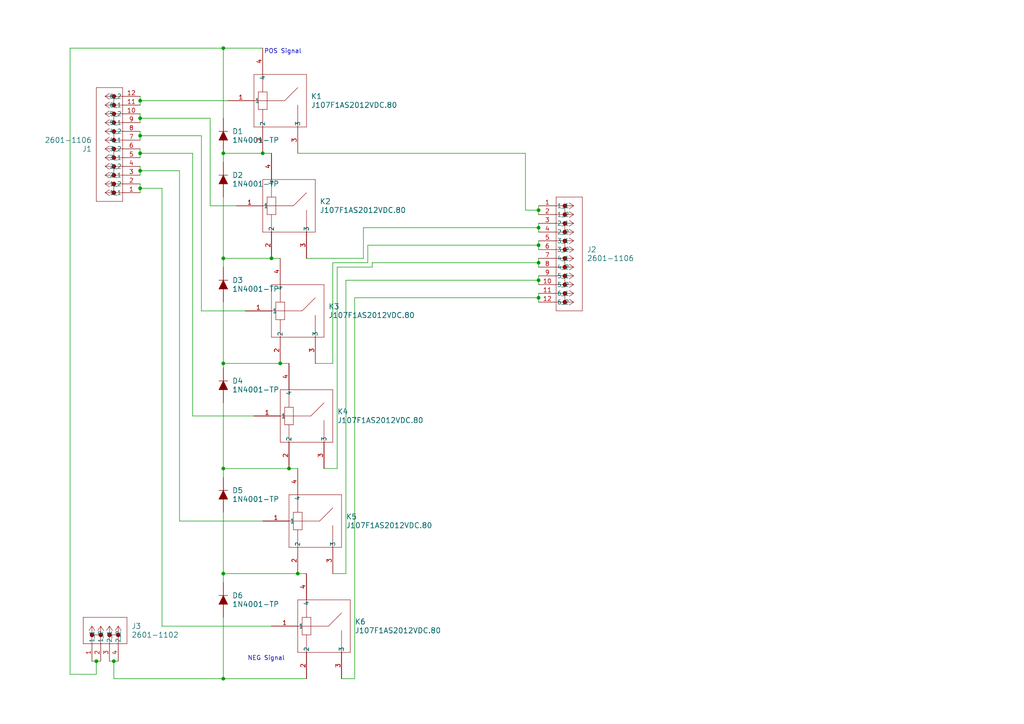
<source format=kicad_sch>
(kicad_sch (version 20250114) (generator "eeschema") (generator_version "9.0")
  (paper "A4")
  (lib_symbols
    (symbol "addedComponents:2601-1102" (pin_names (offset 0.254))
      (property "Reference" "J" (at 8.89 6.35 0))
      (property "Value" "2601-1102" (at 0 0 0))
      (symbol "2601-1102_1_1"
        (polyline (pts (xy 5.08 2.54) (xy 5.08 -10.16)) (stroke (width 0.127)))
        (polyline (pts (xy 5.08 -10.16) (xy 12.7 -10.16)) (stroke (width 0.127)))
        (polyline (pts (xy 7.62 0) (xy 7.62 -2.54)) (stroke (width 0.127)))
        (circle (center 7.62 0) (radius 0.127) (stroke (width 0.508)))
        (circle (center 7.62 -2.54) (radius 0.127) (stroke (width 0.508)))
        (polyline (pts (xy 7.62 -5.08) (xy 7.62 -7.62)) (stroke (width 0.127)))
        (circle (center 7.62 -5.08) (radius 0.127) (stroke (width 0.508)))
        (circle (center 7.62 -7.62) (radius 0.127) (stroke (width 0.508)))
        (polyline (pts (xy 10.16 0) (xy 5.08 0)) (stroke (width 0.127)))
        (polyline (pts (xy 10.16 0) (xy 8.89 0.8467)) (stroke (width 0.127)))
        (polyline (pts (xy 10.16 0) (xy 8.89 -0.8467)) (stroke (width 0.127)))
        (polyline (pts (xy 10.16 -2.54) (xy 5.08 -2.54)) (stroke (width 0.127)))
        (polyline (pts (xy 10.16 -2.54) (xy 8.89 -1.6933)) (stroke (width 0.127)))
        (polyline (pts (xy 10.16 -2.54) (xy 8.89 -3.3867)) (stroke (width 0.127)))
        (polyline (pts (xy 10.16 -5.08) (xy 5.08 -5.08)) (stroke (width 0.127)))
        (polyline (pts (xy 10.16 -5.08) (xy 8.89 -4.2333)) (stroke (width 0.127)))
        (polyline (pts (xy 10.16 -5.08) (xy 8.89 -5.9267)) (stroke (width 0.127)))
        (polyline (pts (xy 10.16 -7.62) (xy 5.08 -7.62)) (stroke (width 0.127)))
        (polyline (pts (xy 10.16 -7.62) (xy 8.89 -6.7733)) (stroke (width 0.127)))
        (polyline (pts (xy 10.16 -7.62) (xy 8.89 -8.4667)) (stroke (width 0.127)))
        (polyline (pts (xy 12.7 2.54) (xy 5.08 2.54)) (stroke (width 0.127)))
        (polyline (pts (xy 12.7 -10.16) (xy 12.7 2.54)) (stroke (width 0.127)))
        (pin unspecified line (at 0 0 0) (length 5.08) (name "1_1") (number "1"))
        (pin unspecified line (at 0 -2.54 0) (length 5.08) (name "1_2") (number "2"))
        (pin unspecified line (at 0 -5.08 0) (length 5.08) (name "2_1") (number "3"))
        (pin unspecified line (at 0 -7.62 0) (length 5.08) (name "2_2") (number "4"))
      )
      (symbol "2601-1102_1_2"
        (polyline (pts (xy 5.08 2.54) (xy 5.08 -10.16)) (stroke (width 0.127)))
        (polyline (pts (xy 5.08 -10.16) (xy 12.7 -10.16)) (stroke (width 0.127)))
        (polyline (pts (xy 7.62 0) (xy 7.62 -2.54)) (stroke (width 0.127)))
        (circle (center 7.62 0) (radius 0.127) (stroke (width 0.508)))
        (circle (center 7.62 -2.54) (radius 0.127) (stroke (width 0.508)))
        (polyline (pts (xy 7.62 -5.08) (xy 7.62 -7.62)) (stroke (width 0.127)))
        (circle (center 7.62 -5.08) (radius 0.127) (stroke (width 0.508)))
        (circle (center 7.62 -7.62) (radius 0.127) (stroke (width 0.508)))
        (polyline (pts (xy 10.16 0) (xy 5.08 0)) (stroke (width 0.127)))
        (polyline (pts (xy 10.16 0) (xy 8.89 0.8467)) (stroke (width 0.127)))
        (polyline (pts (xy 10.16 0) (xy 8.89 -0.8467)) (stroke (width 0.127)))
        (polyline (pts (xy 10.16 -2.54) (xy 5.08 -2.54)) (stroke (width 0.127)))
        (polyline (pts (xy 10.16 -2.54) (xy 8.89 -1.6933)) (stroke (width 0.127)))
        (polyline (pts (xy 10.16 -2.54) (xy 8.89 -3.3867)) (stroke (width 0.127)))
        (polyline (pts (xy 10.16 -5.08) (xy 5.08 -5.08)) (stroke (width 0.127)))
        (polyline (pts (xy 10.16 -5.08) (xy 8.89 -4.2333)) (stroke (width 0.127)))
        (polyline (pts (xy 10.16 -5.08) (xy 8.89 -5.9267)) (stroke (width 0.127)))
        (polyline (pts (xy 10.16 -7.62) (xy 5.08 -7.62)) (stroke (width 0.127)))
        (polyline (pts (xy 10.16 -7.62) (xy 8.89 -6.7733)) (stroke (width 0.127)))
        (polyline (pts (xy 10.16 -7.62) (xy 8.89 -8.4667)) (stroke (width 0.127)))
        (polyline (pts (xy 12.7 2.54) (xy 5.08 2.54)) (stroke (width 0.127)))
        (polyline (pts (xy 12.7 -10.16) (xy 12.7 2.54)) (stroke (width 0.127)))
        (pin unspecified line (at 0 0 0) (length 5.08) (name "1_1") (number "1"))
        (pin unspecified line (at 0 -2.54 0) (length 5.08) (name "1_2") (number "2"))
        (pin unspecified line (at 0 -5.08 0) (length 5.08) (name "2_1") (number "3"))
        (pin unspecified line (at 0 -7.62 0) (length 5.08) (name "2_2") (number "4"))
      )
    )
    (symbol "addedComponents:2601-1106" (pin_names (offset 0.254))
      (property "Reference" "J" (at 8.89 6.35 0))
      (property "Value" "2601-1106" (at 0 0 0))
      (symbol "2601-1106_1_1"
        (polyline (pts (xy 5.08 2.54) (xy 5.08 -30.48)) (stroke (width 0.127)))
        (polyline (pts (xy 5.08 -30.48) (xy 12.7 -30.48)) (stroke (width 0.127)))
        (polyline (pts (xy 7.62 0) (xy 7.62 -2.54)) (stroke (width 0.127)))
        (circle (center 7.62 0) (radius 0.127) (stroke (width 0.508)))
        (circle (center 7.62 -2.54) (radius 0.127) (stroke (width 0.508)))
        (polyline (pts (xy 7.62 -5.08) (xy 7.62 -7.62)) (stroke (width 0.127)))
        (circle (center 7.62 -5.08) (radius 0.127) (stroke (width 0.508)))
        (circle (center 7.62 -7.62) (radius 0.127) (stroke (width 0.508)))
        (polyline (pts (xy 7.62 -10.16) (xy 7.62 -12.7)) (stroke (width 0.127)))
        (circle (center 7.62 -10.16) (radius 0.127) (stroke (width 0.508)))
        (circle (center 7.62 -12.7) (radius 0.127) (stroke (width 0.508)))
        (polyline (pts (xy 7.62 -15.24) (xy 7.62 -17.78)) (stroke (width 0.127)))
        (circle (center 7.62 -15.24) (radius 0.127) (stroke (width 0.508)))
        (circle (center 7.62 -17.78) (radius 0.127) (stroke (width 0.508)))
        (polyline (pts (xy 7.62 -20.32) (xy 7.62 -22.86)) (stroke (width 0.127)))
        (circle (center 7.62 -20.32) (radius 0.127) (stroke (width 0.508)))
        (circle (center 7.62 -22.86) (radius 0.127) (stroke (width 0.508)))
        (polyline (pts (xy 7.62 -25.4) (xy 7.62 -27.94)) (stroke (width 0.127)))
        (circle (center 7.62 -25.4) (radius 0.127) (stroke (width 0.508)))
        (circle (center 7.62 -27.94) (radius 0.127) (stroke (width 0.508)))
        (polyline (pts (xy 10.16 0) (xy 5.08 0)) (stroke (width 0.127)))
        (polyline (pts (xy 10.16 0) (xy 8.89 0.8467)) (stroke (width 0.127)))
        (polyline (pts (xy 10.16 0) (xy 8.89 -0.8467)) (stroke (width 0.127)))
        (polyline (pts (xy 10.16 -2.54) (xy 5.08 -2.54)) (stroke (width 0.127)))
        (polyline (pts (xy 10.16 -2.54) (xy 8.89 -1.6933)) (stroke (width 0.127)))
        (polyline (pts (xy 10.16 -2.54) (xy 8.89 -3.3867)) (stroke (width 0.127)))
        (polyline (pts (xy 10.16 -5.08) (xy 5.08 -5.08)) (stroke (width 0.127)))
        (polyline (pts (xy 10.16 -5.08) (xy 8.89 -4.2333)) (stroke (width 0.127)))
        (polyline (pts (xy 10.16 -5.08) (xy 8.89 -5.9267)) (stroke (width 0.127)))
        (polyline (pts (xy 10.16 -7.62) (xy 5.08 -7.62)) (stroke (width 0.127)))
        (polyline (pts (xy 10.16 -7.62) (xy 8.89 -6.7733)) (stroke (width 0.127)))
        (polyline (pts (xy 10.16 -7.62) (xy 8.89 -8.4667)) (stroke (width 0.127)))
        (polyline (pts (xy 10.16 -10.16) (xy 5.08 -10.16)) (stroke (width 0.127)))
        (polyline (pts (xy 10.16 -10.16) (xy 8.89 -9.3133)) (stroke (width 0.127)))
        (polyline (pts (xy 10.16 -10.16) (xy 8.89 -11.0067)) (stroke (width 0.127)))
        (polyline (pts (xy 10.16 -12.7) (xy 5.08 -12.7)) (stroke (width 0.127)))
        (polyline (pts (xy 10.16 -12.7) (xy 8.89 -11.8533)) (stroke (width 0.127)))
        (polyline (pts (xy 10.16 -12.7) (xy 8.89 -13.5467)) (stroke (width 0.127)))
        (polyline (pts (xy 10.16 -15.24) (xy 5.08 -15.24)) (stroke (width 0.127)))
        (polyline (pts (xy 10.16 -15.24) (xy 8.89 -14.3933)) (stroke (width 0.127)))
        (polyline (pts (xy 10.16 -15.24) (xy 8.89 -16.0867)) (stroke (width 0.127)))
        (polyline (pts (xy 10.16 -17.78) (xy 5.08 -17.78)) (stroke (width 0.127)))
        (polyline (pts (xy 10.16 -17.78) (xy 8.89 -16.9333)) (stroke (width 0.127)))
        (polyline (pts (xy 10.16 -17.78) (xy 8.89 -18.6267)) (stroke (width 0.127)))
        (polyline (pts (xy 10.16 -20.32) (xy 5.08 -20.32)) (stroke (width 0.127)))
        (polyline (pts (xy 10.16 -20.32) (xy 8.89 -19.4733)) (stroke (width 0.127)))
        (polyline (pts (xy 10.16 -20.32) (xy 8.89 -21.1667)) (stroke (width 0.127)))
        (polyline (pts (xy 10.16 -22.86) (xy 5.08 -22.86)) (stroke (width 0.127)))
        (polyline (pts (xy 10.16 -22.86) (xy 8.89 -22.0133)) (stroke (width 0.127)))
        (polyline (pts (xy 10.16 -22.86) (xy 8.89 -23.7067)) (stroke (width 0.127)))
        (polyline (pts (xy 10.16 -25.4) (xy 5.08 -25.4)) (stroke (width 0.127)))
        (polyline (pts (xy 10.16 -25.4) (xy 8.89 -24.5533)) (stroke (width 0.127)))
        (polyline (pts (xy 10.16 -25.4) (xy 8.89 -26.2467)) (stroke (width 0.127)))
        (polyline (pts (xy 10.16 -27.94) (xy 5.08 -27.94)) (stroke (width 0.127)))
        (polyline (pts (xy 10.16 -27.94) (xy 8.89 -27.0933)) (stroke (width 0.127)))
        (polyline (pts (xy 10.16 -27.94) (xy 8.89 -28.7867)) (stroke (width 0.127)))
        (polyline (pts (xy 12.7 2.54) (xy 5.08 2.54)) (stroke (width 0.127)))
        (polyline (pts (xy 12.7 -30.48) (xy 12.7 2.54)) (stroke (width 0.127)))
        (pin unspecified line (at 0 0 0) (length 5.08) (name "1_1") (number "1"))
        (pin unspecified line (at 0 -2.54 0) (length 5.08) (name "1_2") (number "2"))
        (pin unspecified line (at 0 -5.08 0) (length 5.08) (name "2_1") (number "3"))
        (pin unspecified line (at 0 -7.62 0) (length 5.08) (name "2_2") (number "4"))
        (pin unspecified line (at 0 -10.16 0) (length 5.08) (name "3_1") (number "5"))
        (pin unspecified line (at 0 -12.7 0) (length 5.08) (name "3_2") (number "6"))
        (pin unspecified line (at 0 -15.24 0) (length 5.08) (name "4_1") (number "7"))
        (pin unspecified line (at 0 -17.78 0) (length 5.08) (name "4_2") (number "8"))
        (pin unspecified line (at 0 -20.32 0) (length 5.08) (name "5_1") (number "9"))
        (pin unspecified line (at 0 -22.86 0) (length 5.08) (name "5_2") (number "10"))
        (pin unspecified line (at 0 -25.4 0) (length 5.08) (name "6_1") (number "11"))
        (pin unspecified line (at 0 -27.94 0) (length 5.08) (name "6_2") (number "12"))
      )
    )
    (symbol "addedComponents:J107F1AS2012VDC.80" (pin_names (offset 0.254))
      (property "Reference" "K" (at 6.35 8.89 0))
      (property "Value" "J107F1AS2012VDC.80" (at 28.448 5.842 0))
      (symbol "J107F1AS2012VDC.80_0_1"
        (polyline (pts (xy 7.62 2.54) (xy 7.62 -12.7)) (stroke (width 0.127)))
        (polyline (pts (xy 7.62 0) (xy 12.7 0)) (stroke (width 0.127)))
        (polyline (pts (xy 7.62 -10.16) (xy 13.97 -10.16)) (stroke (width 0.127)))
        (polyline (pts (xy 7.62 -12.7) (xy 22.86 -12.7)) (stroke (width 0.127)))
        (polyline (pts (xy 12.7 1.27) (xy 12.7 -1.27)) (stroke (width 0.127)))
        (polyline (pts (xy 12.7 1.27) (xy 17.78 1.27)) (stroke (width 0.127)))
        (polyline (pts (xy 12.7 -1.27) (xy 17.78 -1.27)) (stroke (width 0.127)))
        (polyline (pts (xy 15.24 2.54) (xy 15.24 -6.35)) (stroke (width 0.127)))
        (polyline (pts (xy 15.24 -6.35) (xy 19.05 -10.16)) (stroke (width 0.127)))
        (polyline (pts (xy 17.78 1.27) (xy 17.78 -1.27)) (stroke (width 0.127)))
        (polyline (pts (xy 22.86 2.54) (xy 7.62 2.54)) (stroke (width 0.127)))
        (polyline (pts (xy 22.86 0) (xy 17.78 0)) (stroke (width 0.127)))
        (polyline (pts (xy 22.86 -12.7) (xy 22.86 2.54)) (stroke (width 0.127)))
        (pin unspecified line (at 0 0 0) (length 7.62) (name "2") (number "2"))
        (pin unspecified line (at 0 -10.16 0) (length 7.62) (name "3") (number "3"))
        (pin unspecified line (at 15.24 10.16 270) (length 7.62) (name "1") (number "1"))
        (pin unspecified line (at 30.48 0 180) (length 7.62) (name "4") (number "4"))
      )
    )
    (symbol "dk_Diodes-Rectifiers-Single:1N4001-TP" (pin_numbers (hide yes)) (pin_names (offset 0) (hide yes))
      (property "Reference" "D" (at 0 2.54 0))
      (property "Value" "1N4001-TP" (at 0 -2.54 0))
      (symbol "1N4001-TP_0_1"
        (polyline (pts (xy -1.27 1.27) (xy -1.27 -1.27) (xy 1.27 0) (xy -1.27 1.27)) (fill (type outline)))
        (polyline (pts (xy 1.27 1.27) (xy 1.27 -1.27)))
      )
      (symbol "1N4001-TP_1_1"
        (pin passive line (at -5.08 0 0) (length 3.81) (name "~") (number "A"))
        (pin passive line (at 5.08 0 180) (length 3.81) (name "~") (number "K"))
      )
    )
  )
  (text "POS Signal" (at 82.042 14.986 0) (effects (font (size 1.27 1.27))))
  (text "NEG Signal" (at 77.216 191.008 0) (effects (font (size 1.27 1.27))))
  (junction (at 40.64 54.61))
  (junction (at 83.82 135.89))
  (junction (at 156.21 86.36))
  (junction (at 40.64 29.21))
  (junction (at 64.77 44.45))
  (junction (at 64.77 196.85))
  (junction (at 156.21 81.28))
  (junction (at 156.21 76.2))
  (junction (at 156.21 71.12))
  (junction (at 64.77 166.37))
  (junction (at 40.64 49.53))
  (junction (at 86.36 166.37))
  (junction (at 64.77 74.93))
  (junction (at 27.94 191.77))
  (junction (at 78.74 74.93))
  (junction (at 156.21 66.04))
  (junction (at 40.64 44.45))
  (junction (at 64.77 105.41))
  (junction (at 33.02 191.77))
  (junction (at 40.64 39.37))
  (junction (at 40.64 34.29))
  (junction (at 64.77 135.89))
  (junction (at 64.77 13.97))
  (junction (at 156.21 60.96))
  (junction (at 76.2 44.45))
  (junction (at 81.28 105.41))
  (wire (pts (xy 93.98 135.89) (xy 97.79 135.89)))
  (wire (pts (xy 40.64 44.45) (xy 40.64 43.18)))
  (wire (pts (xy 64.77 196.85) (xy 33.02 196.85)))
  (wire (pts (xy 55.88 120.65) (xy 55.88 44.45)))
  (wire (pts (xy 97.79 135.89) (xy 97.79 77.47)))
  (wire (pts (xy 81.28 105.41) (xy 83.82 105.41)))
  (wire (pts (xy 86.36 166.37) (xy 88.9 166.37)))
  (wire (pts (xy 78.74 181.61) (xy 46.99 181.61)))
  (wire (pts (xy 40.64 50.8) (xy 40.64 49.53)))
  (wire (pts (xy 105.41 74.93) (xy 105.41 66.04)))
  (wire (pts (xy 40.64 54.61) (xy 40.64 53.34)))
  (wire (pts (xy 40.64 49.53) (xy 40.64 48.26)))
  (wire (pts (xy 64.77 57.15) (xy 64.77 74.93)))
  (wire (pts (xy 27.94 191.77) (xy 29.21 191.77)))
  (wire (pts (xy 156.21 86.36) (xy 156.21 87.63)))
  (wire (pts (xy 64.77 116.84) (xy 64.77 135.89)))
  (wire (pts (xy 64.77 87.63) (xy 64.77 105.41)))
  (wire (pts (xy 20.32 13.97) (xy 20.32 195.58)))
  (wire (pts (xy 55.88 44.45) (xy 40.64 44.45)))
  (wire (pts (xy 60.96 34.29) (xy 60.96 59.69)))
  (wire (pts (xy 40.64 55.88) (xy 40.64 54.61)))
  (wire (pts (xy 26.67 191.77) (xy 27.94 191.77)))
  (wire (pts (xy 60.96 59.69) (xy 68.58 59.69)))
  (wire (pts (xy 152.4 44.45) (xy 152.4 60.96)))
  (wire (pts (xy 33.02 191.77) (xy 34.29 191.77)))
  (wire (pts (xy 52.07 151.13) (xy 52.07 49.53)))
  (wire (pts (xy 156.21 80.01) (xy 156.21 81.28)))
  (wire (pts (xy 40.64 35.56) (xy 40.64 34.29)))
  (wire (pts (xy 64.77 168.91) (xy 64.77 166.37)))
  (wire (pts (xy 46.99 54.61) (xy 40.64 54.61)))
  (wire (pts (xy 64.77 74.93) (xy 64.77 77.47)))
  (wire (pts (xy 64.77 44.45) (xy 64.77 46.99)))
  (wire (pts (xy 33.02 196.85) (xy 33.02 191.77)))
  (wire (pts (xy 27.94 191.77) (xy 27.94 195.58)))
  (wire (pts (xy 156.21 85.09) (xy 156.21 86.36)))
  (wire (pts (xy 40.64 45.72) (xy 40.64 44.45)))
  (wire (pts (xy 156.21 60.96) (xy 156.21 62.23)))
  (wire (pts (xy 31.75 191.77) (xy 33.02 191.77)))
  (wire (pts (xy 40.64 34.29) (xy 40.64 33.02)))
  (wire (pts (xy 88.9 196.85) (xy 64.77 196.85)))
  (wire (pts (xy 88.9 74.93) (xy 105.41 74.93)))
  (wire (pts (xy 83.82 135.89) (xy 86.36 135.89)))
  (wire (pts (xy 96.52 76.2) (xy 106.68 76.2)))
  (wire (pts (xy 106.68 71.12) (xy 156.21 71.12)))
  (wire (pts (xy 96.52 105.41) (xy 96.52 76.2)))
  (wire (pts (xy 40.64 29.21) (xy 40.64 27.94)))
  (wire (pts (xy 96.52 166.37) (xy 100.33 166.37)))
  (wire (pts (xy 156.21 71.12) (xy 156.21 72.39)))
  (wire (pts (xy 64.77 148.59) (xy 64.77 166.37)))
  (wire (pts (xy 107.95 77.47) (xy 107.95 76.2)))
  (wire (pts (xy 156.21 81.28) (xy 156.21 82.55)))
  (wire (pts (xy 58.42 90.17) (xy 58.42 39.37)))
  (wire (pts (xy 64.77 105.41) (xy 64.77 106.68)))
  (wire (pts (xy 76.2 151.13) (xy 52.07 151.13)))
  (wire (pts (xy 64.77 196.85) (xy 64.77 179.07)))
  (wire (pts (xy 156.21 76.2) (xy 156.21 77.47)))
  (wire (pts (xy 152.4 60.96) (xy 156.21 60.96)))
  (wire (pts (xy 64.77 105.41) (xy 81.28 105.41)))
  (wire (pts (xy 107.95 76.2) (xy 156.21 76.2)))
  (wire (pts (xy 102.87 86.36) (xy 102.87 196.85)))
  (wire (pts (xy 64.77 13.97) (xy 20.32 13.97)))
  (wire (pts (xy 156.21 74.93) (xy 156.21 76.2)))
  (wire (pts (xy 27.94 195.58) (xy 20.32 195.58)))
  (wire (pts (xy 156.21 66.04) (xy 156.21 67.31)))
  (wire (pts (xy 52.07 49.53) (xy 40.64 49.53)))
  (wire (pts (xy 46.99 181.61) (xy 46.99 54.61)))
  (wire (pts (xy 64.77 135.89) (xy 64.77 138.43)))
  (wire (pts (xy 64.77 13.97) (xy 64.77 34.29)))
  (wire (pts (xy 156.21 69.85) (xy 156.21 71.12)))
  (wire (pts (xy 40.64 30.48) (xy 40.64 29.21)))
  (wire (pts (xy 156.21 64.77) (xy 156.21 66.04)))
  (wire (pts (xy 64.77 135.89) (xy 83.82 135.89)))
  (wire (pts (xy 91.44 105.41) (xy 96.52 105.41)))
  (wire (pts (xy 105.41 66.04) (xy 156.21 66.04)))
  (wire (pts (xy 106.68 76.2) (xy 106.68 71.12)))
  (wire (pts (xy 64.77 74.93) (xy 78.74 74.93)))
  (wire (pts (xy 100.33 166.37) (xy 100.33 81.28)))
  (wire (pts (xy 102.87 196.85) (xy 99.06 196.85)))
  (wire (pts (xy 156.21 86.36) (xy 102.87 86.36)))
  (wire (pts (xy 40.64 39.37) (xy 40.64 38.1)))
  (wire (pts (xy 86.36 44.45) (xy 152.4 44.45)))
  (wire (pts (xy 78.74 74.93) (xy 81.28 74.93)))
  (wire (pts (xy 71.12 90.17) (xy 58.42 90.17)))
  (wire (pts (xy 156.21 59.69) (xy 156.21 60.96)))
  (wire (pts (xy 76.2 13.97) (xy 64.77 13.97)))
  (wire (pts (xy 100.33 81.28) (xy 156.21 81.28)))
  (wire (pts (xy 64.77 44.45) (xy 76.2 44.45)))
  (wire (pts (xy 97.79 77.47) (xy 107.95 77.47)))
  (wire (pts (xy 40.64 40.64) (xy 40.64 39.37)))
  (wire (pts (xy 76.2 44.45) (xy 78.74 44.45)))
  (wire (pts (xy 40.64 29.21) (xy 66.04 29.21)))
  (wire (pts (xy 64.77 166.37) (xy 86.36 166.37)))
  (wire (pts (xy 58.42 39.37) (xy 40.64 39.37)))
  (wire (pts (xy 60.96 34.29) (xy 40.64 34.29)))
  (wire (pts (xy 73.66 120.65) (xy 55.88 120.65)))
  (symbol (lib_id "dk_Diodes-Rectifiers-Single:1N4001-TP") (at 64.77 52.07 90) (unit 1)
    (property "Reference" "D2" (at 67.31 50.7999 90) (effects (font (size 1.524 1.524)) (justify right)))
    (property "Value" "1N4001-TP" (at 67.31 53.3399 90) (effects (font (size 1.524 1.524)) (justify right)))
    (property "Footprint" "digikey-footprints:DO-41" (effects (hide yes)))
    (property "Datasheet" "https://www.mccsemi.com/pdf/Products/1N4001-1N4007(DO-41).pdf" (effects (hide yes)))
    (property "Description" "DIODE GEN PURP 50V 1A DO41" (effects (hide yes)))
    (property "Digi-Key_PN" "1N4001-TPMSCT-ND" (effects (hide yes)))
    (property "MPN" "1N4001-TP" (effects (hide yes)))
    (property "Category" "Discrete Semiconductor Products" (effects (hide yes)))
    (property "Family" "Diodes - Rectifiers - Single" (effects (hide yes)))
    (property "DK_Datasheet_Link" "https://www.mccsemi.com/pdf/Products/1N4001-1N4007(DO-41).pdf" (effects (hide yes)))
    (property "DK_Detail_Page" "/product-detail/en/micro-commercial-co/1N4001-TP/1N4001-TPMSCT-ND/773688" (effects (hide yes)))
    (property "Description_1" "DIODE GEN PURP 50V 1A DO41" (effects (hide yes)))
    (property "Manufacturer" "Micro Commercial Co" (effects (hide yes)))
    (property "Status" "Active" (effects (hide yes)))
  )
  (symbol (lib_id "addedComponents:2601-1106") (at 40.64 55.88 180) (unit 1)
    (property "Reference" "J1" (at 26.67 43.1801 0) (effects (font (size 1.524 1.524)) (justify left)))
    (property "Value" "2601-1106" (at 26.67 40.6401 0) (effects (font (size 1.524 1.524)) (justify left)))
    (property "Footprint" "2601_1106:CONN6_2601-1106_WAG" (effects (hide yes)))
    (property "Datasheet" "2601-1106" (effects (hide yes)))
  )
  (symbol (lib_id "dk_Diodes-Rectifiers-Single:1N4001-TP") (at 64.77 82.55 90) (unit 1)
    (property "Reference" "D3" (at 67.31 81.2799 90) (effects (font (size 1.524 1.524)) (justify right)))
    (property "Value" "1N4001-TP" (at 67.31 83.8199 90) (effects (font (size 1.524 1.524)) (justify right)))
    (property "Footprint" "digikey-footprints:DO-41" (effects (hide yes)))
    (property "Datasheet" "https://www.mccsemi.com/pdf/Products/1N4001-1N4007(DO-41).pdf" (effects (hide yes)))
    (property "Description" "DIODE GEN PURP 50V 1A DO41" (effects (hide yes)))
    (property "Digi-Key_PN" "1N4001-TPMSCT-ND" (effects (hide yes)))
    (property "MPN" "1N4001-TP" (effects (hide yes)))
    (property "Category" "Discrete Semiconductor Products" (effects (hide yes)))
    (property "Family" "Diodes - Rectifiers - Single" (effects (hide yes)))
    (property "DK_Datasheet_Link" "https://www.mccsemi.com/pdf/Products/1N4001-1N4007(DO-41).pdf" (effects (hide yes)))
    (property "DK_Detail_Page" "/product-detail/en/micro-commercial-co/1N4001-TP/1N4001-TPMSCT-ND/773688" (effects (hide yes)))
    (property "Description_1" "DIODE GEN PURP 50V 1A DO41" (effects (hide yes)))
    (property "Manufacturer" "Micro Commercial Co" (effects (hide yes)))
    (property "Status" "Active" (effects (hide yes)))
  )
  (symbol (lib_id "addedComponents:J107F1AS2012VDC.80") (at 81.28 105.41 90) (unit 1)
    (property "Reference" "K3" (at 95.25 88.8999 90) (effects (font (size 1.524 1.524)) (justify right)))
    (property "Value" "J107F1AS2012VDC.80" (at 95.25 91.4399 90) (effects (font (size 1.524 1.524)) (justify right)))
    (property "Footprint" "J107F1AS2012VDC.80:RELAY_J107F1A_CRS" (effects (hide yes)))
    (property "Datasheet" "J107F1AS2012VDC.80" (effects (hide yes)))
  )
  (symbol (lib_id "dk_Diodes-Rectifiers-Single:1N4001-TP") (at 64.77 173.99 90) (unit 1)
    (property "Reference" "D6" (at 67.31 172.7199 90) (effects (font (size 1.524 1.524)) (justify right)))
    (property "Value" "1N4001-TP" (at 67.31 175.2599 90) (effects (font (size 1.524 1.524)) (justify right)))
    (property "Footprint" "digikey-footprints:DO-41" (effects (hide yes)))
    (property "Datasheet" "https://www.mccsemi.com/pdf/Products/1N4001-1N4007(DO-41).pdf" (effects (hide yes)))
    (property "Description" "DIODE GEN PURP 50V 1A DO41" (effects (hide yes)))
    (property "Digi-Key_PN" "1N4001-TPMSCT-ND" (effects (hide yes)))
    (property "MPN" "1N4001-TP" (effects (hide yes)))
    (property "Category" "Discrete Semiconductor Products" (effects (hide yes)))
    (property "Family" "Diodes - Rectifiers - Single" (effects (hide yes)))
    (property "DK_Datasheet_Link" "https://www.mccsemi.com/pdf/Products/1N4001-1N4007(DO-41).pdf" (effects (hide yes)))
    (property "DK_Detail_Page" "/product-detail/en/micro-commercial-co/1N4001-TP/1N4001-TPMSCT-ND/773688" (effects (hide yes)))
    (property "Description_1" "DIODE GEN PURP 50V 1A DO41" (effects (hide yes)))
    (property "Manufacturer" "Micro Commercial Co" (effects (hide yes)))
    (property "Status" "Active" (effects (hide yes)))
  )
  (symbol (lib_id "addedComponents:2601-1106") (at 156.21 59.69 0) (unit 1)
    (property "Reference" "J2" (at 170.18 72.3899 0) (effects (font (size 1.524 1.524)) (justify left)))
    (property "Value" "2601-1106" (at 170.18 74.9299 0) (effects (font (size 1.524 1.524)) (justify left)))
    (property "Footprint" "2601_1106:CONN6_2601-1106_WAG" (effects (hide yes)))
    (property "Datasheet" "2601-1106" (effects (hide yes)))
  )
  (symbol (lib_id "addedComponents:2601-1102") (at 26.67 191.77 90) (unit 1)
    (property "Reference" "J3" (at 38.1 181.6099 90) (effects (font (size 1.524 1.524)) (justify right)))
    (property "Value" "2601-1102" (at 38.1 184.1499 90) (effects (font (size 1.524 1.524)) (justify right)))
    (property "Footprint" "2601_1102:CONN2_2601-1102_WAG" (effects (hide yes)))
    (property "Datasheet" "2601-1102" (effects (hide yes)))
  )
  (symbol (lib_id "dk_Diodes-Rectifiers-Single:1N4001-TP") (at 64.77 111.76 90) (unit 1)
    (property "Reference" "D4" (at 67.31 110.4899 90) (effects (font (size 1.524 1.524)) (justify right)))
    (property "Value" "1N4001-TP" (at 67.31 113.0299 90) (effects (font (size 1.524 1.524)) (justify right)))
    (property "Footprint" "digikey-footprints:DO-41" (effects (hide yes)))
    (property "Datasheet" "https://www.mccsemi.com/pdf/Products/1N4001-1N4007(DO-41).pdf" (effects (hide yes)))
    (property "Description" "DIODE GEN PURP 50V 1A DO41" (effects (hide yes)))
    (property "Digi-Key_PN" "1N4001-TPMSCT-ND" (effects (hide yes)))
    (property "MPN" "1N4001-TP" (effects (hide yes)))
    (property "Category" "Discrete Semiconductor Products" (effects (hide yes)))
    (property "Family" "Diodes - Rectifiers - Single" (effects (hide yes)))
    (property "DK_Datasheet_Link" "https://www.mccsemi.com/pdf/Products/1N4001-1N4007(DO-41).pdf" (effects (hide yes)))
    (property "DK_Detail_Page" "/product-detail/en/micro-commercial-co/1N4001-TP/1N4001-TPMSCT-ND/773688" (effects (hide yes)))
    (property "Description_1" "DIODE GEN PURP 50V 1A DO41" (effects (hide yes)))
    (property "Manufacturer" "Micro Commercial Co" (effects (hide yes)))
    (property "Status" "Active" (effects (hide yes)))
  )
  (symbol (lib_id "dk_Diodes-Rectifiers-Single:1N4001-TP") (at 64.77 143.51 90) (unit 1)
    (property "Reference" "D5" (at 67.31 142.2399 90) (effects (font (size 1.524 1.524)) (justify right)))
    (property "Value" "1N4001-TP" (at 67.31 144.7799 90) (effects (font (size 1.524 1.524)) (justify right)))
    (property "Footprint" "digikey-footprints:DO-41" (effects (hide yes)))
    (property "Datasheet" "https://www.mccsemi.com/pdf/Products/1N4001-1N4007(DO-41).pdf" (effects (hide yes)))
    (property "Description" "DIODE GEN PURP 50V 1A DO41" (effects (hide yes)))
    (property "Digi-Key_PN" "1N4001-TPMSCT-ND" (effects (hide yes)))
    (property "MPN" "1N4001-TP" (effects (hide yes)))
    (property "Category" "Discrete Semiconductor Products" (effects (hide yes)))
    (property "Family" "Diodes - Rectifiers - Single" (effects (hide yes)))
    (property "DK_Datasheet_Link" "https://www.mccsemi.com/pdf/Products/1N4001-1N4007(DO-41).pdf" (effects (hide yes)))
    (property "DK_Detail_Page" "/product-detail/en/micro-commercial-co/1N4001-TP/1N4001-TPMSCT-ND/773688" (effects (hide yes)))
    (property "Description_1" "DIODE GEN PURP 50V 1A DO41" (effects (hide yes)))
    (property "Manufacturer" "Micro Commercial Co" (effects (hide yes)))
    (property "Status" "Active" (effects (hide yes)))
  )
  (symbol (lib_id "dk_Diodes-Rectifiers-Single:1N4001-TP") (at 64.77 39.37 90) (unit 1)
    (property "Reference" "D1" (at 67.31 38.0999 90) (effects (font (size 1.524 1.524)) (justify right)))
    (property "Value" "1N4001-TP" (at 67.31 40.6399 90) (effects (font (size 1.524 1.524)) (justify right)))
    (property "Footprint" "digikey-footprints:DO-41" (effects (hide yes)))
    (property "Datasheet" "https://www.mccsemi.com/pdf/Products/1N4001-1N4007(DO-41).pdf" (effects (hide yes)))
    (property "Description" "DIODE GEN PURP 50V 1A DO41" (effects (hide yes)))
    (property "Digi-Key_PN" "1N4001-TPMSCT-ND" (effects (hide yes)))
    (property "MPN" "1N4001-TP" (effects (hide yes)))
    (property "Category" "Discrete Semiconductor Products" (effects (hide yes)))
    (property "Family" "Diodes - Rectifiers - Single" (effects (hide yes)))
    (property "DK_Datasheet_Link" "https://www.mccsemi.com/pdf/Products/1N4001-1N4007(DO-41).pdf" (effects (hide yes)))
    (property "DK_Detail_Page" "/product-detail/en/micro-commercial-co/1N4001-TP/1N4001-TPMSCT-ND/773688" (effects (hide yes)))
    (property "Description_1" "DIODE GEN PURP 50V 1A DO41" (effects (hide yes)))
    (property "Manufacturer" "Micro Commercial Co" (effects (hide yes)))
    (property "Status" "Active" (effects (hide yes)))
  )
  (symbol (lib_id "addedComponents:J107F1AS2012VDC.80") (at 86.36 166.37 90) (unit 1)
    (property "Reference" "K5" (at 100.33 149.8599 90) (effects (font (size 1.524 1.524)) (justify right)))
    (property "Value" "J107F1AS2012VDC.80" (at 100.33 152.3999 90) (effects (font (size 1.524 1.524)) (justify right)))
    (property "Footprint" "J107F1AS2012VDC.80:RELAY_J107F1A_CRS" (effects (hide yes)))
    (property "Datasheet" "J107F1AS2012VDC.80" (effects (hide yes)))
  )
  (symbol (lib_id "addedComponents:J107F1AS2012VDC.80") (at 83.82 135.89 90) (unit 1)
    (property "Reference" "K4" (at 97.79 119.3799 90) (effects (font (size 1.524 1.524)) (justify right)))
    (property "Value" "J107F1AS2012VDC.80" (at 97.79 121.9199 90) (effects (font (size 1.524 1.524)) (justify right)))
    (property "Footprint" "J107F1AS2012VDC.80:RELAY_J107F1A_CRS" (effects (hide yes)))
    (property "Datasheet" "J107F1AS2012VDC.80" (effects (hide yes)))
  )
  (symbol (lib_id "addedComponents:J107F1AS2012VDC.80") (at 78.74 74.93 90) (unit 1)
    (property "Reference" "K2" (at 92.71 58.4199 90) (effects (font (size 1.524 1.524)) (justify right)))
    (property "Value" "J107F1AS2012VDC.80" (at 92.71 60.9599 90) (effects (font (size 1.524 1.524)) (justify right)))
    (property "Footprint" "J107F1AS2012VDC.80:RELAY_J107F1A_CRS" (effects (hide yes)))
    (property "Datasheet" "J107F1AS2012VDC.80" (effects (hide yes)))
  )
  (symbol (lib_id "addedComponents:J107F1AS2012VDC.80") (at 88.9 196.85 90) (unit 1)
    (property "Reference" "K6" (at 102.87 180.3399 90) (effects (font (size 1.524 1.524)) (justify right)))
    (property "Value" "J107F1AS2012VDC.80" (at 102.87 182.8799 90) (effects (font (size 1.524 1.524)) (justify right)))
    (property "Footprint" "J107F1AS2012VDC.80:RELAY_J107F1A_CRS" (effects (hide yes)))
    (property "Datasheet" "J107F1AS2012VDC.80" (effects (hide yes)))
  )
  (symbol (lib_id "addedComponents:J107F1AS2012VDC.80") (at 76.2 44.45 90) (unit 1)
    (property "Reference" "K1" (at 90.17 27.9399 90) (effects (font (size 1.524 1.524)) (justify right)))
    (property "Value" "J107F1AS2012VDC.80" (at 90.17 30.4799 90) (effects (font (size 1.524 1.524)) (justify right)))
    (property "Footprint" "J107F1AS2012VDC.80:RELAY_J107F1A_CRS" (effects (hide yes)))
    (property "Datasheet" "J107F1AS2012VDC.80" (effects (hide yes)))
  )
)
</source>
